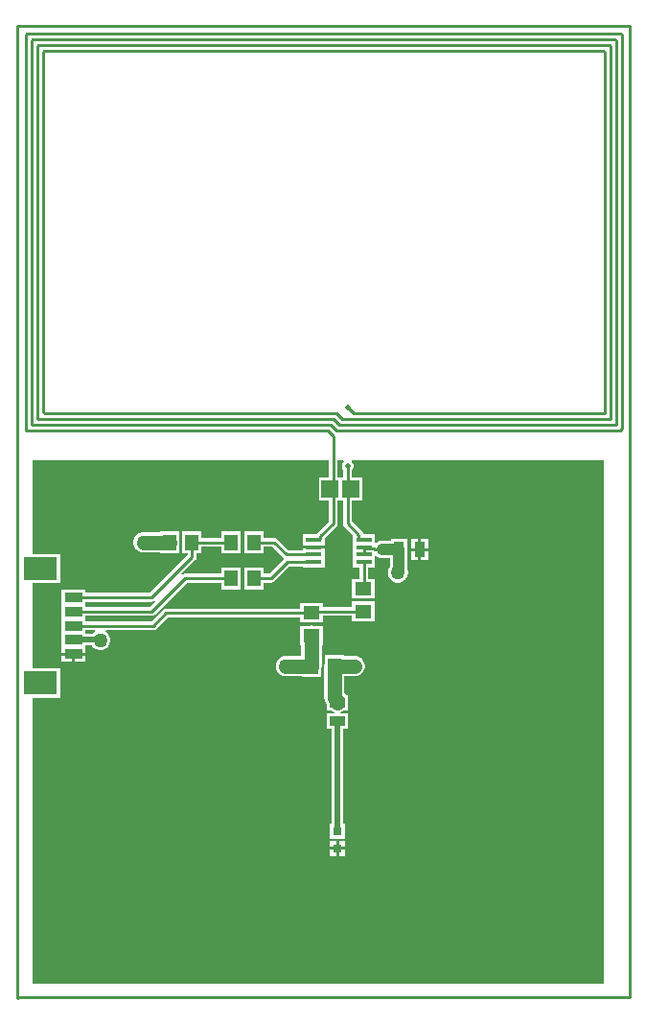
<source format=gtl>
G04*
G04 #@! TF.GenerationSoftware,Altium Limited,Altium Designer,21.7.2 (23)*
G04*
G04 Layer_Physical_Order=1*
G04 Layer_Color=255*
%FSLAX25Y25*%
%MOIN*%
G70*
G04*
G04 #@! TF.SameCoordinates,3B60FD94-7D09-417F-B4C1-333D49710502*
G04*
G04*
G04 #@! TF.FilePolarity,Positive*
G04*
G01*
G75*
%ADD11C,0.01000*%
%ADD22R,0.03740X0.05512*%
%ADD25R,0.05906X0.06102*%
%ADD26R,0.04724X0.05709*%
%ADD27R,0.05709X0.04724*%
%ADD28R,0.06299X0.03189*%
%ADD29R,0.11811X0.08268*%
%ADD30R,0.05610X0.01772*%
%ADD31R,0.05315X0.03347*%
%ADD32R,0.03150X0.03150*%
%ADD33C,0.04000*%
%ADD34C,0.05000*%
%ADD35C,0.02000*%
%ADD36C,0.02000*%
%ADD37C,0.05000*%
G36*
X113672Y186500D02*
X113304Y186133D01*
X113000Y185398D01*
Y184602D01*
X113304Y183867D01*
X113471Y183701D01*
Y181051D01*
X111529D01*
Y187000D01*
X113464D01*
X113672Y186500D01*
D02*
G37*
G36*
X204000Y5000D02*
X5500D01*
Y104484D01*
X15138D01*
Y114752D01*
X5500D01*
Y144248D01*
X15138D01*
Y154516D01*
X5500D01*
Y187000D01*
X108471D01*
Y181051D01*
X105004D01*
Y172949D01*
X108471D01*
Y167500D01*
Y165633D01*
X104515Y161678D01*
X104212Y161224D01*
X99486D01*
Y157453D01*
Y157280D01*
X107097D01*
Y159577D01*
X107126Y159724D01*
Y159963D01*
X111081Y163919D01*
X111413Y164415D01*
X111529Y165000D01*
Y167500D01*
Y172949D01*
X113471D01*
Y165047D01*
X113587Y164462D01*
X113919Y163966D01*
X116903Y160981D01*
Y157453D01*
Y154894D01*
Y152335D01*
Y149776D01*
X119179D01*
Y145736D01*
X116646D01*
Y139012D01*
X124354D01*
Y145736D01*
X122238D01*
Y149776D01*
X124514D01*
Y153537D01*
X125014Y153743D01*
X125487Y153379D01*
X126217Y153077D01*
X127000Y152974D01*
X129832D01*
Y150282D01*
X129699Y150149D01*
X129238Y149351D01*
X129000Y148461D01*
Y147539D01*
X129238Y146649D01*
X129699Y145851D01*
X130351Y145199D01*
X131149Y144738D01*
X132039Y144500D01*
X132961D01*
X133851Y144738D01*
X134649Y145199D01*
X135301Y145851D01*
X135761Y146649D01*
X136000Y147539D01*
Y148461D01*
X135884Y148893D01*
Y156000D01*
X135781Y156783D01*
X135728Y156910D01*
Y159756D01*
X129988D01*
Y159026D01*
X127000D01*
X126217Y158923D01*
X125487Y158621D01*
X125014Y158257D01*
X124531Y158456D01*
X124514Y158473D01*
Y161224D01*
X120421D01*
X120322Y161724D01*
X119990Y162220D01*
X116529Y165681D01*
Y172949D01*
X119996D01*
Y181051D01*
X116529D01*
Y183701D01*
X116695Y183867D01*
X117000Y184602D01*
Y185398D01*
X116695Y186133D01*
X116328Y186500D01*
X116535Y187000D01*
X204000D01*
Y5000D01*
D02*
G37*
%LPC*%
G36*
X77925Y162354D02*
X71201D01*
Y160029D01*
X64299D01*
Y162354D01*
X57575D01*
Y154646D01*
X59408D01*
Y154070D01*
X46209Y140872D01*
X23799D01*
Y141937D01*
X15500D01*
Y136748D01*
Y131827D01*
Y126906D01*
Y121984D01*
Y120158D01*
X19650D01*
X23799D01*
Y122540D01*
X26090D01*
X26199Y122351D01*
X26851Y121699D01*
X27649Y121239D01*
X28539Y121000D01*
X29461D01*
X30351Y121239D01*
X31149Y121699D01*
X31801Y122351D01*
X32261Y123149D01*
X32500Y124039D01*
Y124961D01*
X32261Y125851D01*
X31801Y126649D01*
X31149Y127301D01*
X30855Y127471D01*
X30989Y127971D01*
X47500D01*
X48085Y128087D01*
X48581Y128419D01*
X52570Y132408D01*
X98646D01*
Y130575D01*
X106354D01*
Y132971D01*
X116646D01*
Y131138D01*
X124354D01*
Y137862D01*
X116646D01*
Y136029D01*
X106354D01*
Y137299D01*
X98646D01*
Y135466D01*
X51937D01*
X51352Y135350D01*
X50856Y135019D01*
X46867Y131029D01*
X23799D01*
Y132892D01*
X46921D01*
X47506Y133008D01*
X48003Y133340D01*
X59133Y144471D01*
X71201D01*
Y142146D01*
X77925D01*
Y149854D01*
X71201D01*
Y147529D01*
X58500D01*
X57915Y147413D01*
X57518Y147148D01*
X57199Y147536D01*
X62018Y152356D01*
X62350Y152852D01*
X62466Y153437D01*
Y154646D01*
X64299D01*
Y156971D01*
X71201D01*
Y154646D01*
X77925D01*
Y162354D01*
D02*
G37*
G36*
X143012Y159756D02*
X140642D01*
Y156500D01*
X143012D01*
Y159756D01*
D02*
G37*
G36*
X139642D02*
X137272D01*
Y156500D01*
X139642D01*
Y159756D01*
D02*
G37*
G36*
X56425Y162354D02*
X49701D01*
Y162030D01*
X44000D01*
X43771Y162000D01*
X43539D01*
X43316Y161940D01*
X43086Y161910D01*
X42873Y161821D01*
X42649Y161761D01*
X42449Y161646D01*
X42235Y161557D01*
X42051Y161416D01*
X41851Y161301D01*
X41687Y161137D01*
X41504Y160996D01*
X41363Y160813D01*
X41199Y160649D01*
X41084Y160449D01*
X40943Y160265D01*
X40854Y160051D01*
X40738Y159851D01*
X40679Y159627D01*
X40590Y159414D01*
X40560Y159184D01*
X40500Y158961D01*
Y158729D01*
X40470Y158500D01*
X40500Y158271D01*
Y158039D01*
X40560Y157816D01*
X40590Y157586D01*
X40679Y157373D01*
X40738Y157149D01*
X40854Y156949D01*
X40943Y156735D01*
X41084Y156551D01*
X41199Y156351D01*
X41363Y156187D01*
X41504Y156004D01*
X41687Y155863D01*
X41851Y155699D01*
X42051Y155584D01*
X42235Y155443D01*
X42449Y155354D01*
X42649Y155238D01*
X42873Y155179D01*
X43086Y155090D01*
X43316Y155060D01*
X43539Y155000D01*
X43771D01*
X44000Y154970D01*
X49701D01*
Y154646D01*
X56425D01*
Y157471D01*
X56473Y157586D01*
X56593Y158500D01*
X56473Y159414D01*
X56425Y159529D01*
Y162354D01*
D02*
G37*
G36*
X143012Y155500D02*
X140642D01*
Y152244D01*
X143012D01*
Y155500D01*
D02*
G37*
G36*
X139642D02*
X137272D01*
Y152244D01*
X139642D01*
Y155500D01*
D02*
G37*
G36*
X85799Y162354D02*
X79075D01*
Y154646D01*
X85799D01*
Y156971D01*
X88867D01*
X92669Y153169D01*
X92757Y153109D01*
X92810Y152473D01*
X87866Y147529D01*
X85799D01*
Y149854D01*
X79075D01*
Y142146D01*
X85799D01*
Y144471D01*
X88500D01*
X89085Y144587D01*
X89581Y144919D01*
X94795Y150132D01*
X99486D01*
Y149776D01*
X107097D01*
Y152335D01*
Y154894D01*
Y156280D01*
X99486D01*
Y155779D01*
X94384D01*
X90581Y159581D01*
X90085Y159913D01*
X89500Y160029D01*
X85799D01*
Y162354D01*
D02*
G37*
G36*
X23799Y119158D02*
X20150D01*
Y117063D01*
X23799D01*
Y119158D01*
D02*
G37*
G36*
X19150D02*
X15500D01*
Y117063D01*
X19150D01*
Y119158D01*
D02*
G37*
G36*
X102500Y129593D02*
X101586Y129473D01*
X101471Y129425D01*
X98646D01*
Y122701D01*
X98970D01*
Y119030D01*
X93500D01*
X93271Y119000D01*
X93039D01*
X92816Y118940D01*
X92586Y118910D01*
X92373Y118821D01*
X92149Y118762D01*
X91949Y118646D01*
X91735Y118557D01*
X91551Y118416D01*
X91351Y118301D01*
X91187Y118137D01*
X91004Y117996D01*
X90863Y117813D01*
X90699Y117649D01*
X90584Y117449D01*
X90443Y117265D01*
X90354Y117051D01*
X90238Y116851D01*
X90179Y116627D01*
X90090Y116414D01*
X90060Y116184D01*
X90000Y115961D01*
Y115729D01*
X89970Y115500D01*
X90000Y115271D01*
Y115039D01*
X90060Y114816D01*
X90090Y114586D01*
X90179Y114373D01*
X90238Y114149D01*
X90354Y113949D01*
X90443Y113735D01*
X90584Y113551D01*
X90699Y113351D01*
X90863Y113187D01*
X91004Y113004D01*
X91187Y112863D01*
X91351Y112699D01*
X91551Y112584D01*
X91735Y112443D01*
X91949Y112354D01*
X92149Y112239D01*
X92373Y112179D01*
X92586Y112090D01*
X92816Y112060D01*
X93039Y112000D01*
X93271D01*
X93500Y111970D01*
X99201D01*
Y111646D01*
X105925D01*
Y114471D01*
X105973Y114586D01*
X106093Y115500D01*
X106030Y115978D01*
Y122701D01*
X106354D01*
Y129425D01*
X103529D01*
X103414Y129473D01*
X102500Y129593D01*
D02*
G37*
G36*
X113799Y119354D02*
X107075D01*
Y116529D01*
X107027Y116414D01*
X106907Y115500D01*
Y104480D01*
X107027Y103567D01*
X107380Y102715D01*
X107843Y102112D01*
Y100075D01*
X109234D01*
X109735Y99691D01*
X110376Y99425D01*
X110277Y98925D01*
X107843D01*
Y93579D01*
X109461D01*
Y60527D01*
X108925D01*
Y55378D01*
X114075D01*
Y60527D01*
X113539D01*
Y93579D01*
X115157D01*
Y98925D01*
X112723D01*
X112624Y99425D01*
X113265Y99691D01*
X113766Y100075D01*
X115157D01*
Y105421D01*
X114374D01*
X113996Y105914D01*
X113996Y105914D01*
X113967Y105943D01*
Y111970D01*
X117500D01*
X117729Y112000D01*
X117961D01*
X118184Y112060D01*
X118414Y112090D01*
X118627Y112179D01*
X118851Y112239D01*
X119051Y112354D01*
X119265Y112443D01*
X119449Y112584D01*
X119649Y112699D01*
X119813Y112863D01*
X119996Y113004D01*
X120137Y113187D01*
X120301Y113351D01*
X120416Y113551D01*
X120557Y113735D01*
X120646Y113949D01*
X120762Y114149D01*
X120821Y114373D01*
X120910Y114586D01*
X120940Y114816D01*
X121000Y115039D01*
Y115271D01*
X121030Y115500D01*
X121000Y115729D01*
Y115961D01*
X120940Y116184D01*
X120910Y116414D01*
X120821Y116627D01*
X120762Y116851D01*
X120646Y117051D01*
X120557Y117265D01*
X120416Y117449D01*
X120301Y117649D01*
X120137Y117813D01*
X119996Y117996D01*
X119813Y118137D01*
X119649Y118301D01*
X119449Y118416D01*
X119265Y118557D01*
X119051Y118646D01*
X118851Y118762D01*
X118627Y118821D01*
X118414Y118910D01*
X118184Y118940D01*
X117961Y119000D01*
X117729D01*
X117500Y119030D01*
X113799D01*
Y119354D01*
D02*
G37*
G36*
X114075Y54622D02*
X112000D01*
Y52547D01*
X114075D01*
Y54622D01*
D02*
G37*
G36*
X111000D02*
X108925D01*
Y52547D01*
X111000D01*
Y54622D01*
D02*
G37*
G36*
X114075Y51547D02*
X112000D01*
Y49472D01*
X114075D01*
Y51547D01*
D02*
G37*
G36*
X111000D02*
X108925D01*
Y49472D01*
X111000D01*
Y51547D01*
D02*
G37*
%LPD*%
G36*
X48144Y137806D02*
X46288Y135951D01*
X23799D01*
Y137813D01*
X46843D01*
X47428Y137929D01*
X47825Y138195D01*
X48144Y137806D01*
D02*
G37*
G36*
X27145Y127471D02*
X26851Y127301D01*
X26199Y126649D01*
X26181Y126618D01*
X23799D01*
Y127971D01*
X27011D01*
X27145Y127471D01*
D02*
G37*
D11*
X109000Y199500D02*
X111000Y197500D01*
X5000Y199500D02*
X109000D01*
X111000Y197500D02*
X209914D01*
X110000Y177000D02*
Y195500D01*
X3000Y197500D02*
X108000D01*
X110000Y195500D01*
X7000Y201500D02*
X110000D01*
X112000Y199500D01*
X208500D01*
X111000Y203500D02*
X113000Y201500D01*
X206500D01*
X9586Y203500D02*
X111000D01*
X3000Y197500D02*
Y334914D01*
X110000Y167500D02*
Y177000D01*
X210500Y198086D02*
Y334914D01*
X209914Y197500D02*
X210500Y198086D01*
X5000Y199500D02*
Y332914D01*
X208500Y199500D02*
Y332914D01*
X7000Y201500D02*
Y330914D01*
X206500Y201500D02*
Y331000D01*
X9000Y204086D02*
Y328914D01*
Y204086D02*
X9586Y203500D01*
X115000Y205500D02*
X117000Y203500D01*
X204500D02*
Y328914D01*
X117000Y203500D02*
X204500D01*
X9000Y328914D02*
X9586Y329500D01*
X203914D02*
X204500Y328914D01*
X9586Y329500D02*
X203914D01*
X115000Y165047D02*
Y185000D01*
Y165047D02*
X118909Y161139D01*
X3000Y334914D02*
X3586Y335500D01*
X209914D02*
X210500Y334914D01*
X3586Y335500D02*
X209914D01*
X110000Y165000D02*
Y167500D01*
X5000Y332914D02*
X5586Y333500D01*
X207914D02*
X208500Y332914D01*
X7586Y331500D02*
X206000D01*
X206500Y331000D01*
X7000Y330914D02*
X7586Y331500D01*
X5586Y333500D02*
X207914D01*
X105596Y160597D02*
X110000Y165000D01*
X111500Y57953D02*
X111500Y57952D01*
X124500Y156000D02*
X127000D01*
X121095Y156394D02*
X124106D01*
X124500Y156000D01*
X120709Y156780D02*
X121095Y156394D01*
X120709Y154220D02*
Y156780D01*
X19650Y129500D02*
X47500D01*
X51937Y133937D02*
X102500D01*
X47500Y129500D02*
X51937Y133937D01*
X103063Y134500D02*
X120500D01*
X102500Y133937D02*
X103063Y134500D01*
X19650Y134421D02*
X46921D01*
X58500Y146000D01*
X74563D01*
X46843Y139342D02*
X60937Y153437D01*
Y158500D01*
X19650Y139342D02*
X46843D01*
X120500Y142374D02*
X120709Y142583D01*
Y151661D01*
X60937Y158500D02*
X74563D01*
X82437Y146000D02*
X88500D01*
X94161Y151661D01*
X103291D01*
X103262Y154250D02*
X103291Y154220D01*
X93750Y154250D02*
X103262D01*
X89500Y158500D02*
X93750Y154250D01*
X82437Y158500D02*
X89500D01*
X103291Y159339D02*
X105211D01*
X105596Y159724D02*
Y160597D01*
X105211Y159339D02*
X105596Y159724D01*
X118909D02*
X119295Y159339D01*
X120709D01*
X118909Y159724D02*
Y161139D01*
X0Y338000D02*
X213000D01*
Y500D02*
Y338000D01*
X500Y500D02*
X213000D01*
X0Y0D02*
X500Y500D01*
X0Y0D02*
Y338000D01*
D22*
X140142Y156000D02*
D03*
X132858D02*
D03*
D25*
X116043Y177000D02*
D03*
X108957D02*
D03*
D26*
X74563Y158500D02*
D03*
X82437D02*
D03*
X74563Y146000D02*
D03*
X82437D02*
D03*
X102563Y115500D02*
D03*
X110437D02*
D03*
X53063Y158500D02*
D03*
X60937D02*
D03*
D27*
X102500Y126063D02*
D03*
Y133937D02*
D03*
X120500Y134500D02*
D03*
Y142374D02*
D03*
D28*
X19650Y119658D02*
D03*
Y124579D02*
D03*
Y134421D02*
D03*
Y139342D02*
D03*
Y129500D02*
D03*
D29*
X8232Y149382D02*
D03*
Y109618D02*
D03*
D30*
X103291Y159339D02*
D03*
Y156780D02*
D03*
Y154220D02*
D03*
Y151661D02*
D03*
X120709D02*
D03*
Y154220D02*
D03*
Y156780D02*
D03*
Y159339D02*
D03*
D31*
X111500Y102748D02*
D03*
Y96252D02*
D03*
D32*
X111500Y57952D02*
D03*
Y52047D02*
D03*
D33*
X132500Y148000D02*
Y148271D01*
X132858Y148629D02*
Y156000D01*
X132500Y148271D02*
X132858Y148629D01*
X127000Y156000D02*
X132858D01*
D34*
X110437Y115500D02*
X117500D01*
X44000Y158500D02*
X53063D01*
X93500Y115500D02*
X102563D01*
X111500Y102748D02*
Y103417D01*
X110437Y104480D02*
Y115500D01*
Y104480D02*
X111500Y103417D01*
X102500Y115563D02*
X102563Y115500D01*
X102500Y115563D02*
Y126063D01*
D35*
X19650Y124579D02*
X28921D01*
X29000Y124500D01*
X111500Y57953D02*
Y96252D01*
D36*
X115000Y205500D02*
D03*
Y185000D02*
D03*
D37*
X132500Y148000D02*
D03*
X117500Y115500D02*
D03*
X29000Y124500D02*
D03*
X44000Y158500D02*
D03*
X93500Y115500D02*
D03*
M02*

</source>
